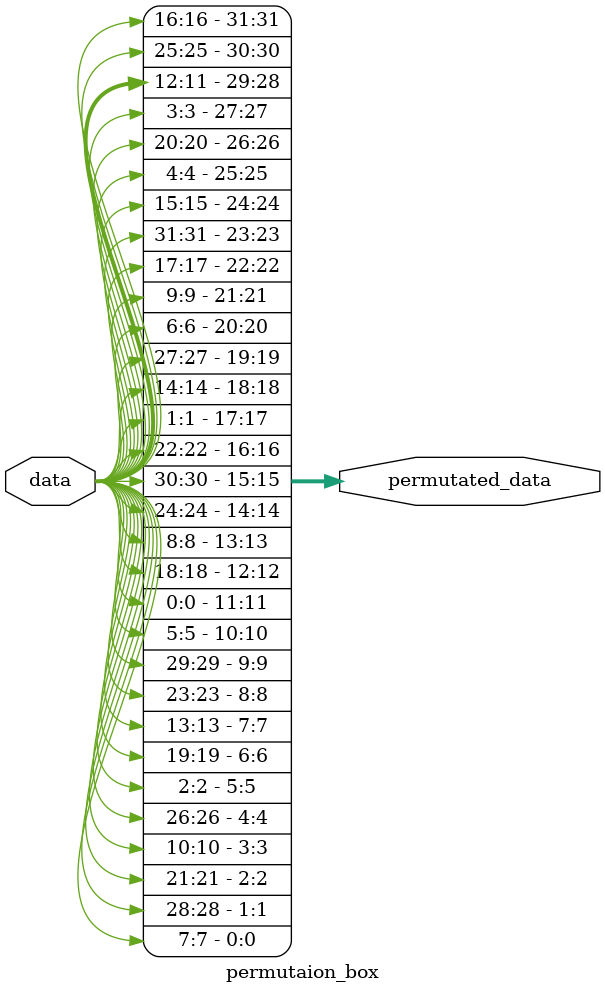
<source format=v>
`timescale 1ns / 1ps


module permutaion_box(
    input [31:0] data,
    output [31:0] permutated_data
    );
assign permutated_data[0]  = data[7];
assign permutated_data[1]  = data[28];
assign permutated_data[2]  = data[21];
assign permutated_data[3]  = data[10];
assign permutated_data[4]  = data[26];
assign permutated_data[5]  = data[2];
assign permutated_data[6]  = data[19];
assign permutated_data[7]  = data[13];

assign permutated_data[8]  = data[23];
assign permutated_data[9]  = data[29];
assign permutated_data[10] = data[5];
assign permutated_data[11] = data[0];
assign permutated_data[12] = data[18];
assign permutated_data[13] = data[8];
assign permutated_data[14] = data[24];
assign permutated_data[15] = data[30];


assign permutated_data[16]  = data[22];
assign permutated_data[17]  = data[1];
assign permutated_data[18]  = data[14];
assign permutated_data[19]  = data[27];
assign permutated_data[20]  = data[6];
assign permutated_data[21]  = data[9];
assign permutated_data[22]  = data[17];
assign permutated_data[23]  = data[31];

assign permutated_data[24]  = data[15];
assign permutated_data[25]  = data[4];
assign permutated_data[26]  = data[20];
assign permutated_data[27]  = data[3];
assign permutated_data[28]  = data[11];
assign permutated_data[29]  = data[12];
assign permutated_data[30]  = data[25];
assign permutated_data[31]  = data[16];

endmodule

</source>
